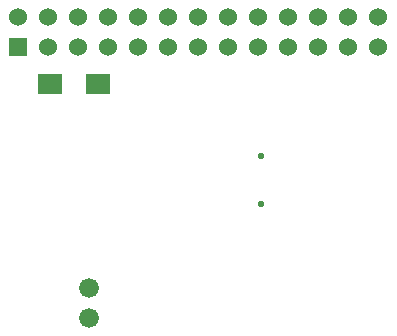
<source format=gbr>
G04 #@! TF.FileFunction,Soldermask,Top*
%FSLAX46Y46*%
G04 Gerber Fmt 4.6, Leading zero omitted, Abs format (unit mm)*
G04 Created by KiCad (PCBNEW 4.0.1-stable) date 7/11/2016 2:58:10 PM*
%MOMM*%
G01*
G04 APERTURE LIST*
%ADD10C,0.150000*%
%ADD11R,1.524000X1.524000*%
%ADD12C,1.524000*%
%ADD13C,1.676400*%
%ADD14C,0.550000*%
%ADD15R,2.000000X1.700000*%
G04 APERTURE END LIST*
D10*
D11*
X1905000Y-4445000D03*
D12*
X1905000Y-1905000D03*
X4445000Y-4445000D03*
X4445000Y-1905000D03*
X6985000Y-4445000D03*
X6985000Y-1905000D03*
X9525000Y-4445000D03*
X9525000Y-1905000D03*
X12065000Y-4445000D03*
X12065000Y-1905000D03*
X14605000Y-4445000D03*
X14605000Y-1905000D03*
X17145000Y-4445000D03*
X17145000Y-1905000D03*
X19685000Y-4445000D03*
X19685000Y-1905000D03*
X22225000Y-4445000D03*
X22225000Y-1905000D03*
X24765000Y-4445000D03*
X24765000Y-1905000D03*
X27305000Y-4445000D03*
X27305000Y-1905000D03*
X29845000Y-4445000D03*
X29845000Y-1905000D03*
X32385000Y-4445000D03*
X32385000Y-1905000D03*
D13*
X7874000Y-24892000D03*
X7874000Y-27432000D03*
D14*
X22462000Y-17748000D03*
X22462000Y-13748000D03*
D15*
X4604000Y-7620000D03*
X8604000Y-7620000D03*
M02*

</source>
